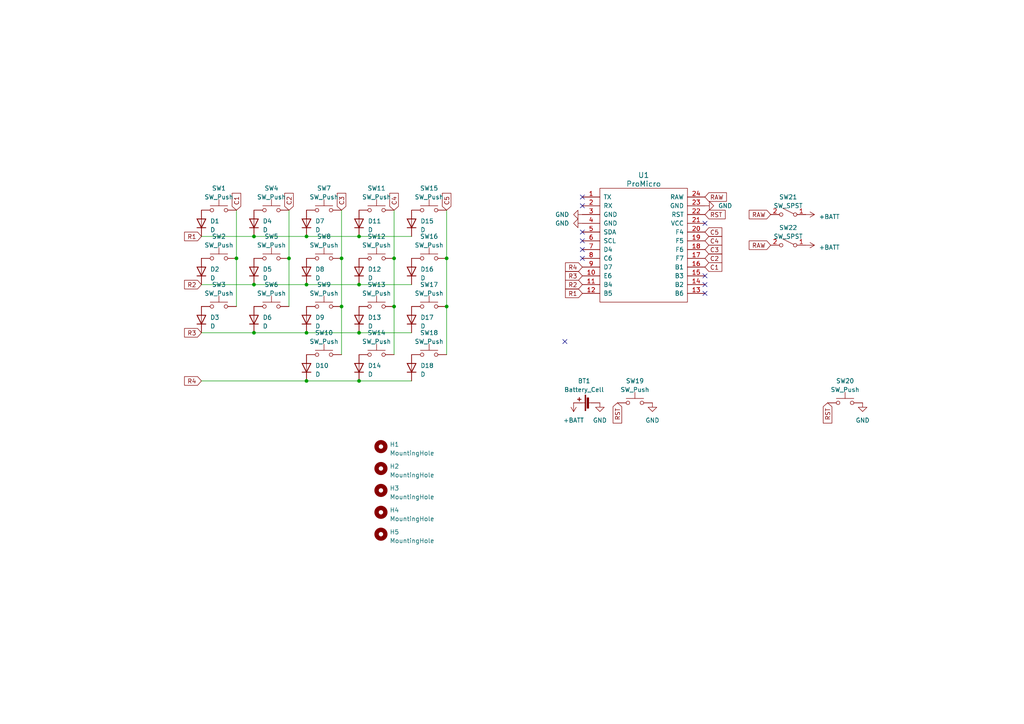
<source format=kicad_sch>
(kicad_sch (version 20230121) (generator eeschema)
  (paper "A4")
  (lib_symbols
    (symbol "Device:Battery_Cell" (pin_numbers hide) (pin_names (offset 0) hide)
      (property "Reference" "BT" (at 2.54 2.54 0))
      (property "Value" "Battery_Cell" (at 2.54 0 0))
      (symbol "Battery_Cell_0_1"
        (rectangle (start -2.286 1.778) (end 2.286 1.524) (fill (type outline)))
        (rectangle (start -1.5748 1.1938) (end 1.4732 0.6858) (fill (type outline)))
        (polyline (pts (xy 0 0.762) (xy 0 0)))
        (polyline (pts (xy 0 1.778) (xy 0 2.54)))
        (polyline (pts (xy 0.508 3.429) (xy 1.524 3.429)) (stroke (width 0.254)))
        (polyline (pts (xy 1.016 3.937) (xy 1.016 2.921)) (stroke (width 0.254)))
      )
      (symbol "Battery_Cell_1_1"
        (pin passive line (at 0 5.08 270) (length 2.54) (name "+") (number "1"))
        (pin passive line (at 0 -2.54 90) (length 2.54) (name "-") (number "2"))
      )
    )
    (symbol "Device:D" (pin_numbers hide) (pin_names (offset 1.016) hide)
      (property "Reference" "D" (at 0 2.54 0))
      (property "Value" "D" (at 0 -2.54 0))
      (symbol "D_0_1"
        (polyline (pts (xy -1.27 1.27) (xy -1.27 -1.27)) (stroke (width 0.254)))
        (polyline (pts (xy 1.27 0) (xy -1.27 0)))
        (polyline (pts (xy 1.27 1.27) (xy 1.27 -1.27) (xy -1.27 0) (xy 1.27 1.27)) (stroke (width 0.254)))
      )
      (symbol "D_1_1"
        (pin passive line (at -3.81 0 0) (length 2.54) (name "K") (number "1"))
        (pin passive line (at 3.81 0 180) (length 2.54) (name "A") (number "2"))
      )
    )
    (symbol "Mechanical:MountingHole" (pin_names (offset 1.016))
      (property "Reference" "H" (at 0 5.08 0))
      (property "Value" "MountingHole" (at 0 3.175 0))
      (symbol "MountingHole_0_1"
        (circle (center 0 0) (radius 1.27) (stroke (width 1.27)))
      )
    )
    (symbol "Switch:SW_Push" (pin_numbers hide) (pin_names (offset 1.016) hide)
      (property "Reference" "SW" (at 1.27 2.54 0))
      (property "Value" "SW_Push" (at 0 -1.524 0))
      (symbol "SW_Push_0_1"
        (circle (center -2.032 0) (radius 0.508))
        (polyline (pts (xy 0 1.27) (xy 0 3.048)))
        (polyline (pts (xy 2.54 1.27) (xy -2.54 1.27)))
        (circle (center 2.032 0) (radius 0.508))
        (pin passive line (at -5.08 0 0) (length 2.54) (name "1") (number "1"))
        (pin passive line (at 5.08 0 180) (length 2.54) (name "2") (number "2"))
      )
    )
    (symbol "Switch:SW_SPST" (pin_names (offset 0) hide)
      (property "Reference" "SW" (at 0 3.175 0))
      (property "Value" "SW_SPST" (at 0 -2.54 0))
      (symbol "SW_SPST_0_0"
        (circle (center -2.032 0) (radius 0.508))
        (polyline (pts (xy -1.524 0.254) (xy 1.524 1.778)))
        (circle (center 2.032 0) (radius 0.508))
      )
      (symbol "SW_SPST_1_1"
        (pin passive line (at -5.08 0 0) (length 2.54) (name "A") (number "1"))
        (pin passive line (at 5.08 0 180) (length 2.54) (name "B") (number "2"))
      )
    )
    (symbol "power:+BATT" (power) (pin_names (offset 0))
      (property "Value" "+BATT" (at 0 3.556 0))
      (symbol "+BATT_0_1"
        (polyline (pts (xy -0.762 1.27) (xy 0 2.54)))
        (polyline (pts (xy 0 0) (xy 0 2.54)))
        (polyline (pts (xy 0 2.54) (xy 0.762 1.27)))
      )
      (symbol "+BATT_1_1"
        (pin power_in line (at 0 0 90) (length 0) hide (name "+BATT") (number "1"))
      )
    )
    (symbol "power:GND" (power) (pin_names (offset 0))
      (property "Value" "GND" (at 0 -3.81 0))
      (symbol "GND_0_1"
        (polyline (pts (xy 0 0) (xy 0 -1.27) (xy 1.27 -1.27) (xy 0 -2.54) (xy -1.27 -1.27) (xy 0 -1.27)))
      )
      (symbol "GND_1_1"
        (pin power_in line (at 0 0 270) (length 0) hide (name "GND") (number "1"))
      )
    )
    (symbol "promicro:ProMicro" (pin_names (offset 1.016))
      (property "Reference" "U" (at 0 24.13 0))
      (property "Value" "ProMicro" (at 0 -13.97 0))
      (symbol "ProMicro_0_1"
        (rectangle (start -12.7 21.59) (end 12.7 -11.43))
      )
      (symbol "ProMicro_1_1"
        (pin bidirectional line (at -17.78 19.05 0) (length 5.08) (name "TX") (number "1"))
        (pin bidirectional line (at -17.78 -3.81 0) (length 5.08) (name "E6") (number "10"))
        (pin bidirectional line (at -17.78 -6.35 0) (length 5.08) (name "B4") (number "11"))
        (pin bidirectional line (at -17.78 -8.89 0) (length 5.08) (name "B5") (number "12"))
        (pin bidirectional line (at 17.78 -8.89 180) (length 5.08) (name "B6") (number "13"))
        (pin bidirectional line (at 17.78 -6.35 180) (length 5.08) (name "B2") (number "14"))
        (pin bidirectional line (at 17.78 -3.81 180) (length 5.08) (name "B3") (number "15"))
        (pin bidirectional line (at 17.78 -1.27 180) (length 5.08) (name "B1") (number "16"))
        (pin bidirectional line (at 17.78 1.27 180) (length 5.08) (name "F7") (number "17"))
        (pin bidirectional line (at 17.78 3.81 180) (length 5.08) (name "F6") (number "18"))
        (pin bidirectional line (at 17.78 6.35 180) (length 5.08) (name "F5") (number "19"))
        (pin bidirectional line (at -17.78 16.51 0) (length 5.08) (name "RX") (number "2"))
        (pin bidirectional line (at 17.78 8.89 180) (length 5.08) (name "F4") (number "20"))
        (pin power_in line (at 17.78 11.43 180) (length 5.08) (name "VCC") (number "21"))
        (pin input line (at 17.78 13.97 180) (length 5.08) (name "RST") (number "22"))
        (pin power_in line (at 17.78 16.51 180) (length 5.08) (name "GND") (number "23"))
        (pin power_out line (at 17.78 19.05 180) (length 5.08) (name "RAW") (number "24"))
        (pin power_in line (at -17.78 13.97 0) (length 5.08) (name "GND") (number "3"))
        (pin power_in line (at -17.78 11.43 0) (length 5.08) (name "GND") (number "4"))
        (pin bidirectional line (at -17.78 8.89 0) (length 5.08) (name "SDA") (number "5"))
        (pin bidirectional line (at -17.78 6.35 0) (length 5.08) (name "SCL") (number "6"))
        (pin bidirectional line (at -17.78 3.81 0) (length 5.08) (name "D4") (number "7"))
        (pin bidirectional line (at -17.78 1.27 0) (length 5.08) (name "C6") (number "8"))
        (pin bidirectional line (at -17.78 -1.27 0) (length 5.08) (name "D7") (number "9"))
      )
    )
  )
  (junction (at 114.3 74.93))
  (junction (at 104.14 96.52))
  (junction (at 73.66 96.52))
  (junction (at 83.82 74.93))
  (junction (at 73.66 82.55))
  (junction (at 88.9 82.55))
  (junction (at 129.54 88.9))
  (junction (at 99.06 74.93))
  (junction (at 68.58 74.93))
  (junction (at 88.9 68.58))
  (junction (at 104.14 110.49))
  (junction (at 73.66 68.58))
  (junction (at 104.14 68.58))
  (junction (at 129.54 74.93))
  (junction (at 88.9 110.49))
  (junction (at 99.06 88.9))
  (junction (at 114.3 88.9))
  (junction (at 88.9 96.52))
  (junction (at 104.14 82.55))
  (no_connect (at 168.91 67.31))
  (no_connect (at 168.91 57.15))
  (no_connect (at 163.83 99.06))
  (no_connect (at 204.47 64.77))
  (no_connect (at 168.91 74.93))
  (no_connect (at 204.47 80.01))
  (no_connect (at 168.91 69.85))
  (no_connect (at 204.47 85.09))
  (no_connect (at 168.91 59.69))
  (no_connect (at 168.91 72.39))
  (no_connect (at 204.47 82.55))
  (wire (pts (xy 88.9 96.52) (xy 104.14 96.52)))
  (wire (pts (xy 88.9 110.49) (xy 104.14 110.49)))
  (wire (pts (xy 104.14 82.55) (xy 119.38 82.55)))
  (wire (pts (xy 68.58 60.96) (xy 68.58 74.93)))
  (wire (pts (xy 58.42 82.55) (xy 73.66 82.55)))
  (wire (pts (xy 114.3 74.93) (xy 114.3 88.9)))
  (wire (pts (xy 73.66 96.52) (xy 88.9 96.52)))
  (wire (pts (xy 99.06 88.9) (xy 99.06 102.87)))
  (wire (pts (xy 129.54 60.96) (xy 129.54 74.93)))
  (wire (pts (xy 88.9 68.58) (xy 104.14 68.58)))
  (wire (pts (xy 58.42 96.52) (xy 73.66 96.52)))
  (wire (pts (xy 68.58 74.93) (xy 68.58 88.9)))
  (wire (pts (xy 129.54 74.93) (xy 129.54 88.9)))
  (wire (pts (xy 99.06 74.93) (xy 99.06 88.9)))
  (wire (pts (xy 104.14 96.52) (xy 119.38 96.52)))
  (wire (pts (xy 83.82 74.93) (xy 83.82 88.9)))
  (wire (pts (xy 73.66 82.55) (xy 88.9 82.55)))
  (wire (pts (xy 58.42 110.49) (xy 88.9 110.49)))
  (wire (pts (xy 114.3 60.96) (xy 114.3 74.93)))
  (wire (pts (xy 99.06 60.96) (xy 99.06 74.93)))
  (wire (pts (xy 104.14 68.58) (xy 119.38 68.58)))
  (wire (pts (xy 58.42 68.58) (xy 73.66 68.58)))
  (wire (pts (xy 104.14 110.49) (xy 119.38 110.49)))
  (wire (pts (xy 129.54 88.9) (xy 129.54 102.87)))
  (wire (pts (xy 83.82 60.96) (xy 83.82 74.93)))
  (wire (pts (xy 114.3 88.9) (xy 114.3 102.87)))
  (wire (pts (xy 73.66 68.58) (xy 88.9 68.58)))
  (wire (pts (xy 88.9 82.55) (xy 104.14 82.55)))
  (global_label "C5" (shape input) (at 129.54 60.96 90) (property "Intersheetrefs" "${INTERSHEET_REFS}" (effects hide)))
  (global_label "C2" (shape input) (at 204.47 74.93 0) (property "Intersheetrefs" "${INTERSHEET_REFS}" (effects hide)))
  (global_label "RST" (shape input) (at 240.03 116.84 270) (property "Intersheetrefs" "${INTERSHEET_REFS}" (effects hide)))
  (global_label "C2" (shape input) (at 83.82 60.96 90) (property "Intersheetrefs" "${INTERSHEET_REFS}" (effects hide)))
  (global_label "R1" (shape input) (at 168.91 85.09 180) (property "Intersheetrefs" "${INTERSHEET_REFS}" (effects hide)))
  (global_label "R4" (shape input) (at 58.42 110.49 180) (property "Intersheetrefs" "${INTERSHEET_REFS}" (effects hide)))
  (global_label "C3" (shape input) (at 204.47 72.39 0) (property "Intersheetrefs" "${INTERSHEET_REFS}" (effects hide)))
  (global_label "R2" (shape input) (at 168.91 82.55 180) (property "Intersheetrefs" "${INTERSHEET_REFS}" (effects hide)))
  (global_label "R1" (shape input) (at 58.42 68.58 180) (property "Intersheetrefs" "${INTERSHEET_REFS}" (effects hide)))
  (global_label "C3" (shape input) (at 99.06 60.96 90) (property "Intersheetrefs" "${INTERSHEET_REFS}" (effects hide)))
  (global_label "R4" (shape input) (at 168.91 77.47 180) (property "Intersheetrefs" "${INTERSHEET_REFS}" (effects hide)))
  (global_label "C5" (shape input) (at 204.47 67.31 0) (property "Intersheetrefs" "${INTERSHEET_REFS}" (effects hide)))
  (global_label "R2" (shape input) (at 58.42 82.55 180) (property "Intersheetrefs" "${INTERSHEET_REFS}" (effects hide)))
  (global_label "C1" (shape input) (at 68.58 60.96 90) (property "Intersheetrefs" "${INTERSHEET_REFS}" (effects hide)))
  (global_label "R3" (shape input) (at 168.91 80.01 180) (property "Intersheetrefs" "${INTERSHEET_REFS}" (effects hide)))
  (global_label "RST" (shape input) (at 204.47 62.23 0) (property "Intersheetrefs" "${INTERSHEET_REFS}" (effects hide)))
  (global_label "RAW" (shape input) (at 223.52 62.23 180) (property "Intersheetrefs" "${INTERSHEET_REFS}" (effects hide)))
  (global_label "C4" (shape input) (at 204.47 69.85 0) (property "Intersheetrefs" "${INTERSHEET_REFS}" (effects hide)))
  (global_label "C4" (shape input) (at 114.3 60.96 90) (property "Intersheetrefs" "${INTERSHEET_REFS}" (effects hide)))
  (global_label "C1" (shape input) (at 204.47 77.47 0) (property "Intersheetrefs" "${INTERSHEET_REFS}" (effects hide)))
  (global_label "RAW" (shape input) (at 204.47 57.15 0) (property "Intersheetrefs" "${INTERSHEET_REFS}" (effects hide)))
  (global_label "RAW" (shape input) (at 223.52 71.12 180) (property "Intersheetrefs" "${INTERSHEET_REFS}" (effects hide)))
  (global_label "RST" (shape input) (at 179.07 116.84 270) (property "Intersheetrefs" "${INTERSHEET_REFS}" (effects hide)))
  (global_label "R3" (shape input) (at 58.42 96.52 180) (property "Intersheetrefs" "${INTERSHEET_REFS}" (effects hide)))
  (symbol (lib_id "Switch:SW_Push") (at 109.22 88.9 0) (unit 1)
    (property "Reference" "SW13" (at 109.22 82.55 0))
    (property "Value" "SW_Push" (at 109.22 85.09 0))
    (property "Footprint" "cybr36:MXReversible" (effects hide))
  )
  (symbol (lib_id "Device:D") (at 119.38 78.74 90) (unit 1)
    (property "Reference" "D16" (at 121.92 78.105 90) (effects (justify right)))
    (property "Value" "D" (at 121.92 80.645 90) (effects (justify right)))
    (property "Footprint" "cybr36:SOD123_DUALSIDE" (effects hide))
    (property "Sim.Device" "D" (effects hide))
    (property "Sim.Pins" "1=K 2=A" (effects hide))
  )
  (symbol (lib_id "Switch:SW_Push") (at 124.46 102.87 0) (unit 1)
    (property "Reference" "SW18" (at 124.46 96.52 0))
    (property "Value" "SW_Push" (at 124.46 99.06 0))
    (property "Footprint" "cybr36:MXReversible" (effects hide))
  )
  (symbol (lib_id "Switch:SW_Push") (at 184.15 116.84 0) (unit 1)
    (property "Reference" "SW19" (at 184.15 110.49 0))
    (property "Value" "SW_Push" (at 184.15 113.03 0))
    (property "Footprint" "cybr36:RSTbutton" (effects hide))
  )
  (symbol (lib_id "power:GND") (at 204.47 59.69 90) (unit 1)
    (property "Reference" "#PWR03" (effects hide))
    (property "Value" "GND" (at 208.28 59.69 90) (effects (justify right)))
  )
  (symbol (lib_id "Switch:SW_Push") (at 78.74 74.93 0) (unit 1)
    (property "Reference" "SW5" (at 78.74 68.58 0))
    (property "Value" "SW_Push" (at 78.74 71.12 0))
    (property "Footprint" "cybr36:MXReversible" (effects hide))
  )
  (symbol (lib_id "Switch:SW_Push") (at 124.46 60.96 0) (unit 1)
    (property "Reference" "SW15" (at 124.46 54.61 0))
    (property "Value" "SW_Push" (at 124.46 57.15 0))
    (property "Footprint" "cybr36:MXReversible" (effects hide))
  )
  (symbol (lib_id "power:GND") (at 168.91 64.77 270) (unit 1)
    (property "Reference" "#PWR05" (effects hide))
    (property "Value" "GND" (at 165.1 64.77 90) (effects (justify right)))
  )
  (symbol (lib_id "Device:D") (at 119.38 92.71 90) (unit 1)
    (property "Reference" "D17" (at 121.92 92.075 90) (effects (justify right)))
    (property "Value" "D" (at 121.92 94.615 90) (effects (justify right)))
    (property "Footprint" "cybr36:SOD123_DUALSIDE" (effects hide))
    (property "Sim.Device" "D" (effects hide))
    (property "Sim.Pins" "1=K 2=A" (effects hide))
  )
  (symbol (lib_id "power:GND") (at 250.19 116.84 0) (unit 1)
    (property "Reference" "#PWR08" (effects hide))
    (property "Value" "GND" (at 250.19 121.92 0))
  )
  (symbol (lib_id "Device:D") (at 58.42 78.74 90) (unit 1)
    (property "Reference" "D2" (at 60.96 78.105 90) (effects (justify right)))
    (property "Value" "D" (at 60.96 80.645 90) (effects (justify right)))
    (property "Footprint" "cybr36:SOD123_DUALSIDE" (effects hide))
    (property "Sim.Device" "D" (effects hide))
    (property "Sim.Pins" "1=K 2=A" (effects hide))
  )
  (symbol (lib_id "Device:D") (at 104.14 64.77 90) (unit 1)
    (property "Reference" "D11" (at 106.68 64.135 90) (effects (justify right)))
    (property "Value" "D" (at 106.68 66.675 90) (effects (justify right)))
    (property "Footprint" "cybr36:SOD123_DUALSIDE" (effects hide))
    (property "Sim.Device" "D" (effects hide))
    (property "Sim.Pins" "1=K 2=A" (effects hide))
  )
  (symbol (lib_id "Device:Battery_Cell") (at 171.45 116.84 90) (unit 1)
    (property "Reference" "BT1" (at 169.418 110.49 90))
    (property "Value" "Battery_Cell" (at 169.418 113.03 90))
    (property "Footprint" "cybr36:2430Holder" (effects hide))
  )
  (symbol (lib_id "Switch:SW_SPST") (at 228.6 71.12 0) (mirror y) (unit 1)
    (property "Reference" "SW22" (at 228.6 66.04 0))
    (property "Value" "SW_SPST" (at 228.6 68.58 0))
    (property "Footprint" "Button_Switch_SMD:SW_SPDT_PCM12" (effects hide))
  )
  (symbol (lib_id "Switch:SW_Push") (at 78.74 60.96 0) (unit 1)
    (property "Reference" "SW4" (at 78.74 54.61 0))
    (property "Value" "SW_Push" (at 78.74 57.15 0))
    (property "Footprint" "cybr36:MXReversible" (effects hide))
  )
  (symbol (lib_id "Device:D") (at 88.9 64.77 90) (unit 1)
    (property "Reference" "D7" (at 91.44 64.135 90) (effects (justify right)))
    (property "Value" "D" (at 91.44 66.675 90) (effects (justify right)))
    (property "Footprint" "cybr36:SOD123_DUALSIDE" (effects hide))
    (property "Sim.Device" "D" (effects hide))
    (property "Sim.Pins" "1=K 2=A" (effects hide))
  )
  (symbol (lib_id "Mechanical:MountingHole") (at 110.49 154.94 0) (unit 1)
    (property "Reference" "H5" (at 113.03 154.305 0) (effects (justify left)))
    (property "Value" "MountingHole" (at 113.03 156.845 0) (effects (justify left)))
    (property "Footprint" "MountingHole:MountingHole_3.2mm_M3" (effects hide))
  )
  (symbol (lib_id "Mechanical:MountingHole") (at 110.49 148.59 0) (unit 1)
    (property "Reference" "H4" (at 113.03 147.955 0) (effects (justify left)))
    (property "Value" "MountingHole" (at 113.03 150.495 0) (effects (justify left)))
    (property "Footprint" "MountingHole:MountingHole_3.2mm_M3" (effects hide))
  )
  (symbol (lib_id "Device:D") (at 119.38 106.68 90) (unit 1)
    (property "Reference" "D18" (at 121.92 106.045 90) (effects (justify right)))
    (property "Value" "D" (at 121.92 108.585 90) (effects (justify right)))
    (property "Footprint" "cybr36:SOD123_DUALSIDE" (effects hide))
    (property "Sim.Device" "D" (effects hide))
    (property "Sim.Pins" "1=K 2=A" (effects hide))
  )
  (symbol (lib_id "Switch:SW_Push") (at 109.22 102.87 0) (unit 1)
    (property "Reference" "SW14" (at 109.22 96.52 0))
    (property "Value" "SW_Push" (at 109.22 99.06 0))
    (property "Footprint" "cybr36:MXReversible" (effects hide))
  )
  (symbol (lib_id "Device:D") (at 73.66 92.71 90) (unit 1)
    (property "Reference" "D6" (at 76.2 92.075 90) (effects (justify right)))
    (property "Value" "D" (at 76.2 94.615 90) (effects (justify right)))
    (property "Footprint" "cybr36:SOD123_DUALSIDE" (effects hide))
    (property "Sim.Device" "D" (effects hide))
    (property "Sim.Pins" "1=K 2=A" (effects hide))
  )
  (symbol (lib_id "Switch:SW_Push") (at 245.11 116.84 0) (unit 1)
    (property "Reference" "SW20" (at 245.11 110.49 0))
    (property "Value" "SW_Push" (at 245.11 113.03 0))
    (property "Footprint" "cybr36:RSTbutton" (effects hide))
  )
  (symbol (lib_id "Switch:SW_Push") (at 109.22 60.96 0) (unit 1)
    (property "Reference" "SW11" (at 109.22 54.61 0))
    (property "Value" "SW_Push" (at 109.22 57.15 0))
    (property "Footprint" "cybr36:MXReversible" (effects hide))
  )
  (symbol (lib_id "Device:D") (at 88.9 106.68 90) (unit 1)
    (property "Reference" "D10" (at 91.44 106.045 90) (effects (justify right)))
    (property "Value" "D" (at 91.44 108.585 90) (effects (justify right)))
    (property "Footprint" "cybr36:SOD123_DUALSIDE" (effects hide))
    (property "Sim.Device" "D" (effects hide))
    (property "Sim.Pins" "1=K 2=A" (effects hide))
  )
  (symbol (lib_id "Switch:SW_Push") (at 124.46 88.9 0) (unit 1)
    (property "Reference" "SW17" (at 124.46 82.55 0))
    (property "Value" "SW_Push" (at 124.46 85.09 0))
    (property "Footprint" "cybr36:MXReversible" (effects hide))
  )
  (symbol (lib_id "Switch:SW_Push") (at 63.5 74.93 0) (unit 1)
    (property "Reference" "SW2" (at 63.5 68.58 0))
    (property "Value" "SW_Push" (at 63.5 71.12 0))
    (property "Footprint" "cybr36:MXReversible" (effects hide))
  )
  (symbol (lib_id "Device:D") (at 58.42 64.77 90) (unit 1)
    (property "Reference" "D1" (at 60.96 64.135 90) (effects (justify right)))
    (property "Value" "D" (at 60.96 66.675 90) (effects (justify right)))
    (property "Footprint" "cybr36:SOD123_DUALSIDE" (effects hide))
    (property "Sim.Device" "D" (effects hide))
    (property "Sim.Pins" "1=K 2=A" (effects hide))
  )
  (symbol (lib_id "Mechanical:MountingHole") (at 110.49 135.89 0) (unit 1)
    (property "Reference" "H2" (at 113.03 135.255 0) (effects (justify left)))
    (property "Value" "MountingHole" (at 113.03 137.795 0) (effects (justify left)))
    (property "Footprint" "MountingHole:MountingHole_3.2mm_M3" (effects hide))
  )
  (symbol (lib_id "Switch:SW_Push") (at 93.98 60.96 0) (unit 1)
    (property "Reference" "SW7" (at 93.98 54.61 0))
    (property "Value" "SW_Push" (at 93.98 57.15 0))
    (property "Footprint" "cybr36:MXReversible" (effects hide))
  )
  (symbol (lib_id "Switch:SW_Push") (at 63.5 60.96 0) (unit 1)
    (property "Reference" "SW1" (at 63.5 54.61 0))
    (property "Value" "SW_Push" (at 63.5 57.15 0))
    (property "Footprint" "cybr36:MXReversible" (effects hide))
  )
  (symbol (lib_id "Device:D") (at 119.38 64.77 90) (unit 1)
    (property "Reference" "D15" (at 121.92 64.135 90) (effects (justify right)))
    (property "Value" "D" (at 121.92 66.675 90) (effects (justify right)))
    (property "Footprint" "cybr36:SOD123_DUALSIDE" (effects hide))
    (property "Sim.Device" "D" (effects hide))
    (property "Sim.Pins" "1=K 2=A" (effects hide))
  )
  (symbol (lib_id "Switch:SW_Push") (at 93.98 88.9 0) (unit 1)
    (property "Reference" "SW9" (at 93.98 82.55 0))
    (property "Value" "SW_Push" (at 93.98 85.09 0))
    (property "Footprint" "cybr36:MXReversible" (effects hide))
  )
  (symbol (lib_id "Device:D") (at 104.14 92.71 90) (unit 1)
    (property "Reference" "D13" (at 106.68 92.075 90) (effects (justify right)))
    (property "Value" "D" (at 106.68 94.615 90) (effects (justify right)))
    (property "Footprint" "cybr36:SOD123_DUALSIDE" (effects hide))
    (property "Sim.Device" "D" (effects hide))
    (property "Sim.Pins" "1=K 2=A" (effects hide))
  )
  (symbol (lib_id "Switch:SW_Push") (at 78.74 88.9 0) (unit 1)
    (property "Reference" "SW6" (at 78.74 82.55 0))
    (property "Value" "SW_Push" (at 78.74 85.09 0))
    (property "Footprint" "cybr36:MXReversible" (effects hide))
  )
  (symbol (lib_id "power:+BATT") (at 233.68 71.12 270) (unit 1)
    (property "Reference" "#PWR09" (effects hide))
    (property "Value" "+BATT" (at 237.49 71.755 90) (effects (justify left)))
  )
  (symbol (lib_id "power:+BATT") (at 233.68 62.23 270) (unit 1)
    (property "Reference" "#PWR01" (effects hide))
    (property "Value" "+BATT" (at 237.49 62.865 90) (effects (justify left)))
  )
  (symbol (lib_id "Device:D") (at 73.66 78.74 90) (unit 1)
    (property "Reference" "D5" (at 76.2 78.105 90) (effects (justify right)))
    (property "Value" "D" (at 76.2 80.645 90) (effects (justify right)))
    (property "Footprint" "cybr36:SOD123_DUALSIDE" (effects hide))
    (property "Sim.Device" "D" (effects hide))
    (property "Sim.Pins" "1=K 2=A" (effects hide))
  )
  (symbol (lib_id "Switch:SW_Push") (at 109.22 74.93 0) (unit 1)
    (property "Reference" "SW12" (at 109.22 68.58 0))
    (property "Value" "SW_Push" (at 109.22 71.12 0))
    (property "Footprint" "cybr36:MXReversible" (effects hide))
  )
  (symbol (lib_id "power:GND") (at 173.99 116.84 0) (unit 1)
    (property "Reference" "#PWR06" (effects hide))
    (property "Value" "GND" (at 173.99 121.92 0))
  )
  (symbol (lib_id "power:+BATT") (at 166.37 116.84 180) (unit 1)
    (property "Reference" "#PWR02" (effects hide))
    (property "Value" "+BATT" (at 166.37 121.92 0))
  )
  (symbol (lib_id "power:GND") (at 189.23 116.84 0) (unit 1)
    (property "Reference" "#PWR07" (effects hide))
    (property "Value" "GND" (at 189.23 121.92 0))
  )
  (symbol (lib_id "Device:D") (at 88.9 78.74 90) (unit 1)
    (property "Reference" "D8" (at 91.44 78.105 90) (effects (justify right)))
    (property "Value" "D" (at 91.44 80.645 90) (effects (justify right)))
    (property "Footprint" "cybr36:SOD123_DUALSIDE" (effects hide))
    (property "Sim.Device" "D" (effects hide))
    (property "Sim.Pins" "1=K 2=A" (effects hide))
  )
  (symbol (lib_id "Device:D") (at 73.66 64.77 90) (unit 1)
    (property "Reference" "D4" (at 76.2 64.135 90) (effects (justify right)))
    (property "Value" "D" (at 76.2 66.675 90) (effects (justify right)))
    (property "Footprint" "cybr36:SOD123_DUALSIDE" (effects hide))
    (property "Sim.Device" "D" (effects hide))
    (property "Sim.Pins" "1=K 2=A" (effects hide))
  )
  (symbol (lib_id "promicro:ProMicro") (at 186.69 76.2 0) (unit 1)
    (property "Reference" "U1" (at 186.69 50.8 0) (effects (font (size 1.524 1.524))))
    (property "Value" "ProMicro" (at 186.69 53.34 0) (effects (font (size 1.524 1.524))))
    (property "Footprint" "KLOTZ:ProMicro_v2" (effects hide))
  )
  (symbol (lib_id "Switch:SW_Push") (at 63.5 88.9 0) (unit 1)
    (property "Reference" "SW3" (at 63.5 82.55 0))
    (property "Value" "SW_Push" (at 63.5 85.09 0))
    (property "Footprint" "cybr36:MXReversible" (effects hide))
  )
  (symbol (lib_id "Mechanical:MountingHole") (at 110.49 129.54 0) (unit 1)
    (property "Reference" "H1" (at 113.03 128.905 0) (effects (justify left)))
    (property "Value" "MountingHole" (at 113.03 131.445 0) (effects (justify left)))
    (property "Footprint" "MountingHole:MountingHole_3.2mm_M3" (effects hide))
  )
  (symbol (lib_id "Device:D") (at 58.42 92.71 90) (unit 1)
    (property "Reference" "D3" (at 60.96 92.075 90) (effects (justify right)))
    (property "Value" "D" (at 60.96 94.615 90) (effects (justify right)))
    (property "Footprint" "cybr36:SOD123_DUALSIDE" (effects hide))
    (property "Sim.Device" "D" (effects hide))
    (property "Sim.Pins" "1=K 2=A" (effects hide))
  )
  (symbol (lib_id "power:GND") (at 168.91 62.23 270) (unit 1)
    (property "Reference" "#PWR04" (effects hide))
    (property "Value" "GND" (at 165.1 62.23 90) (effects (justify right)))
  )
  (symbol (lib_id "Switch:SW_Push") (at 124.46 74.93 0) (unit 1)
    (property "Reference" "SW16" (at 124.46 68.58 0))
    (property "Value" "SW_Push" (at 124.46 71.12 0))
    (property "Footprint" "cybr36:MXReversible" (effects hide))
  )
  (symbol (lib_id "Device:D") (at 104.14 78.74 90) (unit 1)
    (property "Reference" "D12" (at 106.68 78.105 90) (effects (justify right)))
    (property "Value" "D" (at 106.68 80.645 90) (effects (justify right)))
    (property "Footprint" "cybr36:SOD123_DUALSIDE" (effects hide))
    (property "Sim.Device" "D" (effects hide))
    (property "Sim.Pins" "1=K 2=A" (effects hide))
  )
  (symbol (lib_id "Mechanical:MountingHole") (at 110.49 142.24 0) (unit 1)
    (property "Reference" "H3" (at 113.03 141.605 0) (effects (justify left)))
    (property "Value" "MountingHole" (at 113.03 144.145 0) (effects (justify left)))
    (property "Footprint" "MountingHole:MountingHole_3.2mm_M3" (effects hide))
  )
  (symbol (lib_id "Device:D") (at 104.14 106.68 90) (unit 1)
    (property "Reference" "D14" (at 106.68 106.045 90) (effects (justify right)))
    (property "Value" "D" (at 106.68 108.585 90) (effects (justify right)))
    (property "Footprint" "cybr36:SOD123_DUALSIDE" (effects hide))
    (property "Sim.Device" "D" (effects hide))
    (property "Sim.Pins" "1=K 2=A" (effects hide))
  )
  (symbol (lib_id "Switch:SW_Push") (at 93.98 74.93 0) (unit 1)
    (property "Reference" "SW8" (at 93.98 68.58 0))
    (property "Value" "SW_Push" (at 93.98 71.12 0))
    (property "Footprint" "cybr36:MXReversible" (effects hide))
  )
  (symbol (lib_id "Switch:SW_Push") (at 93.98 102.87 0) (unit 1)
    (property "Reference" "SW10" (at 93.98 96.52 0))
    (property "Value" "SW_Push" (at 93.98 99.06 0))
    (property "Footprint" "cybr36:MXReversible" (effects hide))
  )
  (symbol (lib_id "Device:D") (at 88.9 92.71 90) (unit 1)
    (property "Reference" "D9" (at 91.44 92.075 90) (effects (justify right)))
    (property "Value" "D" (at 91.44 94.615 90) (effects (justify right)))
    (property "Footprint" "cybr36:SOD123_DUALSIDE" (effects hide))
    (property "Sim.Device" "D" (effects hide))
    (property "Sim.Pins" "1=K 2=A" (effects hide))
  )
  (symbol (lib_id "Switch:SW_SPST") (at 228.6 62.23 0) (mirror y) (unit 1)
    (property "Reference" "SW21" (at 228.6 57.15 0))
    (property "Value" "SW_SPST" (at 228.6 59.69 0))
    (property "Footprint" "Button_Switch_SMD:SW_SPDT_PCM12" (effects hide))
  )
)
</source>
